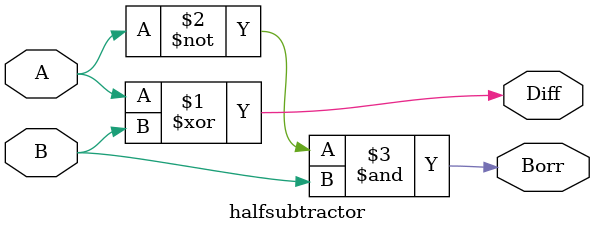
<source format=v>
module halfsubtractor(A,B,Diff,Borr);
  input A,B;
  output Diff,Borr;
  assign Diff=A^B,Borr=(~A)&B;
endmodule
</source>
